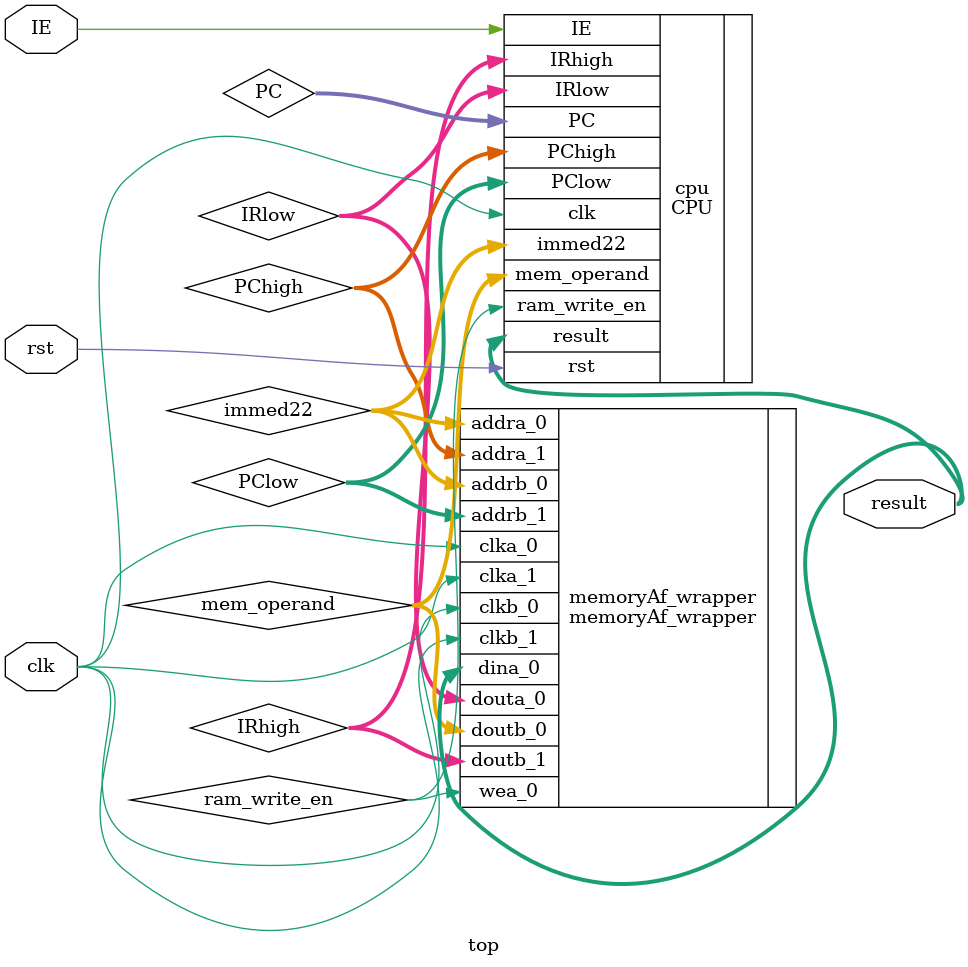
<source format=v>
`timescale 1ns / 1ps

module top(
        input clk,
        input rst,
        input IE,           //isr button 
        output [32:0]result
    );

    wire [31:0]code_output;        //memory
    wire [31:0]mem_operand;
    wire [31:0]immed22;
    wire [31:0]PC;
    wire [31:0]PChigh;
    wire [31:0]PClow;
    wire ram_write_en;
    wire code_en;
    wire [7:0]IRlow;
    wire [7:0]IRhigh;

    CPU cpu(
        .clk(clk),
        .rst(rst),
        .IE(IE),
        .mem_operand(mem_operand),
        .IRhigh(IRhigh),
        .IRlow(IRlow),
        .immed22(immed22),
        .PC(PC),
        .PClow(PClow),
        .PChigh(PChigh),
        .ram_write_en(ram_write_en),
        .result(result)
        );
    
    memoryAf_wrapper memoryAf_wrapper(
        .addra_0(immed22),
        .addra_1(PChigh),
        .addrb_0(immed22),
        .addrb_1(PClow),
        .clka_0(clk),
        .clka_1(clk),
        .clkb_0(clk),
        .clkb_1(clk),
        .dina_0(result),
        .douta_0(IRlow),
        .doutb_0(mem_operand),
        .doutb_1(IRhigh),
        .wea_0(ram_write_en)
        );
        


 
endmodule

</source>
